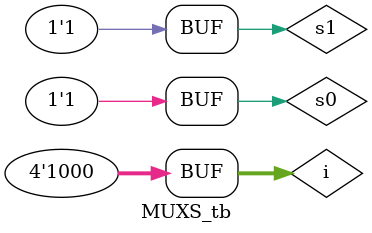
<source format=v>
module MUXS(i,s0,s1,y);
   input [3:0]i;
   input s0,s1;
   output y;

  //internol signols
  wire w1,w2,w3,w4;
  supply1 vdd;
  supply0 gnd;

  //switch level
  pmos p1(w1,vdd,~s1);
  pmos p2(w1,vdd,~s0);
  pmos p3(w1,vdd,i[0]);
  pmos p4(w2,w1,~s1);
  pmos p5(w2,w1,s0);
  pmos p6(w2,w1,i[1]);
  pmos p7(w3,w2,s1);
  pmos p8(w3,w2,~s0);
  pmos p9(w3,w2,i[2]);
  pmos p10(w4,w3,s1);
  pmos p11(w4,w3,s0);
  pmos p12(w4,w3,i[3]);
  pmos p13(y,vdd,w4);
  nmos n1(w6,gnd,i[0]);
  nmos n2(w5,w6,~s0);
  nmos n3(w4,w5,~s1);
  nmos n4(w8,gnd,i[1]);
  nmos n5(w7,w8,s0);
  nmos n6(w4,w7,~s1);
  nmos n7(w10,gnd,i[2]);
  nmos n8(w9,w10,~s0);
  nmos n9(w4,w9,s1);
  nmos n10(w12,gnd,i[3]);
  nmos n11(w11,w12,s0);
  nmos n12(w4,w11,s1);
  nmos n13(y,gnd,w4);
endmodule


    //testbench
    module MUXS_tb();
       reg [3:0]i;
       reg s0,s1;
       wire y;

       //instantiation
       MUXS M1(i,s0,s1,y);

       initial 
       begin
       i[0]=0;i[1]=0;i[2]=0;i[3]=0; s1=0;s0=0;#10;
       i[0]=0;i[1]=1;i[2]=0;i[3]=0; s1=0;s0=1;#10;
       i[0]=0;i[1]=0;i[2]=0;i[3]=0; s1=1;s0=0;#10;
       i[0]=0;i[1]=0;i[2]=0;i[3]=1; s1=1;s0=1;#10;
       end 
       initial
       $monitor("i=%b s1=%b s0=%b y=%b Time=%t",i,s1,s0,y,$time);
       endmodule


       

</source>
